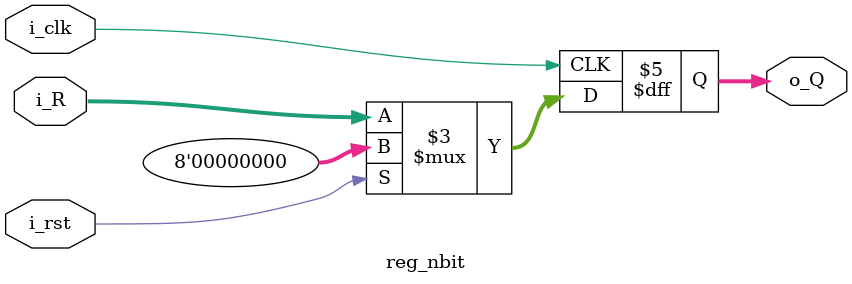
<source format=v>
module reg_nbit #
(
	parameter N = 8 // default width
)
(
	input 		[N-1:0] 	i_R,
	input 					i_clk,
	input						i_rst,
	output reg	[N-1:0]	o_Q
);

	//TODO
	always @(posedge i_clk) begin
		if(i_rst)
			o_Q <= {N{1'b0}};
		else
			o_Q <= i_R;
	end
endmodule

</source>
